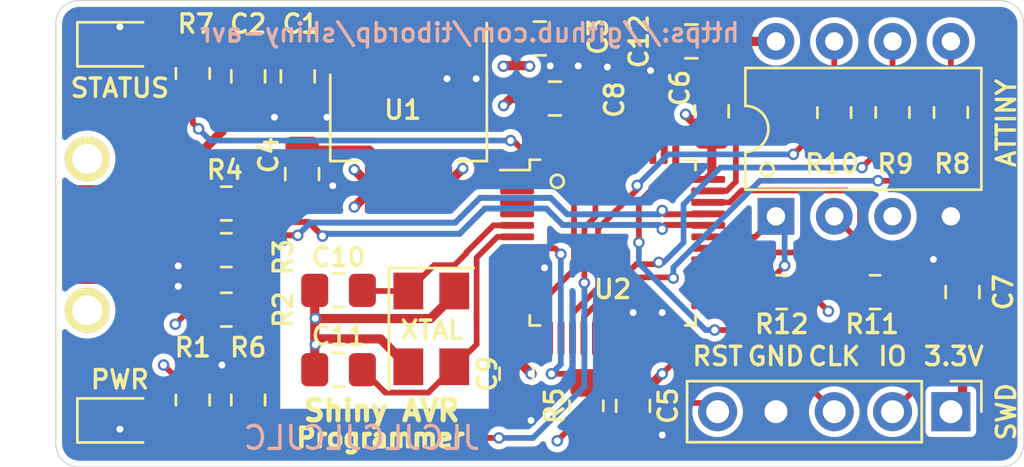
<source format=kicad_pcb>
(kicad_pcb (version 20171130) (host pcbnew "(5.1.8-0-10_14)")
  (title_block (title "Shiny AVR Programmer") (date 2021-01-13) (company "Tibor Djurica Potpara"))
  (layers (0 F.Cu signal) (1 In1.Cu signal) (2 In2.Cu signal) (31 B.Cu signal) (34 B.Paste user hide) (35 F.Paste user) (36 B.SilkS user hide) (37 F.SilkS user) (38 B.Mask user) (39 F.Mask user) (44 Edge.Cuts user))
  (net 0 "")
  (net 1 GND)
  (net 2 +5V)
  (net 3 +3V3)
  (net 4 USB+)
  (net 5 USB-)
  (net 6 ISP_RESET)
  (net 7 ISP_MOSI)
  (net 8 ISP_MISO)
  (net 9 ISP_CLK)
  (net 10 "Net-(D1-Pad2)")
  (net 11 SWD_CLK)
  (net 12 SWD_IO)
  (net 13 "Net-(R11-Pad2)")
  (net 14 /USB_CONN+)
  (net 15 /USB_CONN-)
  (net 16 SWD_NRST)
  (net 17 "Net-(D2-Pad2)")
  (net 18 EXT_CLOCK)
  (net 19 "Net-(R8-Pad2)")
  (net 20 "Net-(R9-Pad2)")
  (net 21 "Net-(R10-Pad2)")
  (net 22 "Net-(C10-Pad1)")
  (net 23 "Net-(C11-Pad1)")
  (net 24 "Net-(R6-Pad2)")
  (net 25 "Net-(R7-Pad1)")
  (module Resistor_SMD:R_0805_2012Metric_Pad1.20x1.40mm_HandSolder (layer F.Cu) (at 138.43 113.919 270)
    (fp_text reference R6 (at -2.286 0 180) (layer F.SilkS) (effects (font (size 0.8 0.8))))
    (fp_text value 10k)
    (pad 2 smd roundrect (at 1 0 270) (size 1.2 1.4) (layers F.Cu F.Paste F.Mask) (roundrect_rratio 0.2083325) (net 24 "Net-(R6-Pad2)"))
    (pad 1 smd roundrect (at -1 0 270) (size 1.2 1.4) (layers F.Cu F.Paste F.Mask) (roundrect_rratio 0.2083325) (net 1 GND))
  )
  (module Package_TO_SOT_SMD:SOT-223-3_TabPin2 (layer F.Cu) (at 145.415 101.6 270)
    (fp_text reference U1 (at -0.3175 0.254 180) (layer F.SilkS) (effects (font (size 0.8 0.8))))
    (fp_text value AMS1117-3.3)
    (pad 1 smd rect (at -3.15 -2.3 270) (size 2 1.5) (layers F.Cu F.Paste F.Mask) (net 1 GND))
    (pad 3 smd rect (at -3.15 2.3 270) (size 2 1.5) (layers F.Cu F.Paste F.Mask) (net 2 +5V))
    (pad 2 smd rect (at -3.15 0 270) (size 2 1.5) (layers F.Cu F.Paste F.Mask) (net 3 +3V3))
    (pad 2 smd rect (at 3.15 0 270) (size 2 3.8) (layers F.Cu F.Paste F.Mask) (net 3 +3V3))
  )
  (module Crystal:Crystal_SMD_5032-4Pin_5.0x3.2mm (layer F.Cu) (at 146.4056 110.8202 270)
    (fp_text reference Y1)
    (fp_text value "8 MHz")
    (pad 4 smd rect (at -1.65 -1 270) (size 1.6 1.3) (layers F.Cu F.Paste F.Mask) (net 1 GND))
    (pad 3 smd rect (at 1.65 -1 270) (size 1.6 1.3) (layers F.Cu F.Paste F.Mask) (net 23 "Net-(C11-Pad1)"))
    (pad 2 smd rect (at 1.65 1 270) (size 1.6 1.3) (layers F.Cu F.Paste F.Mask) (net 1 GND))
    (pad 1 smd rect (at -1.65 1 270) (size 1.6 1.3) (layers F.Cu F.Paste F.Mask) (net 22 "Net-(C10-Pad1)"))
  )
  (module 10118193-0001LF:101181930001LF (layer F.Cu) (at 131.4946 106.7116 270)
    (fp_text reference J1)
    (fp_text value USB_B_Micro)
    (pad MP4 smd rect (at 3.2 -2.375) (size 1.4 1.6) (layers F.Cu F.Paste F.Mask))
    (pad MP3 smd rect (at 1.2 0.075) (size 1.6 1.9) (layers F.Cu F.Paste F.Mask))
    (pad MP2 smd rect (at -1.2 0.075) (size 1.6 1.9) (layers F.Cu F.Paste F.Mask))
    (pad MP1 smd rect (at -3.2 -2.375) (size 1.4 1.6) (layers F.Cu F.Paste F.Mask))
    (pad MH2 thru_hole circle (at 3.3 0.075) (size 1.95 1.95) (drill 1.3) (layers *.Cu *.Mask F.SilkS))
    (pad MH1 thru_hole circle (at -3.3 0.075) (size 1.95 1.95) (drill 1.3) (layers *.Cu *.Mask F.SilkS))
    (pad 5 smd rect (at 1.3 -2.6 270) (size 0.4 1.35) (layers F.Cu F.Paste F.Mask) (net 1 GND))
    (pad 4 smd rect (at 0.65 -2.6 270) (size 0.4 1.35) (layers F.Cu F.Paste F.Mask))
    (pad 3 smd rect (at 0 -2.6 270) (size 0.4 1.35) (layers F.Cu F.Paste F.Mask) (net 14 /USB_CONN+))
    (pad 2 smd rect (at -0.65 -2.6 270) (size 0.4 1.35) (layers F.Cu F.Paste F.Mask) (net 15 /USB_CONN-))
    (pad 1 smd rect (at -1.3 -2.6 270) (size 0.4 1.35) (layers F.Cu F.Paste F.Mask) (net 2 +5V))
  )
  (module Connector_PinHeader_2.54mm:PinHeader_1x05_P2.54mm_Vertical (layer F.Cu) (at 169.037 114.427 270)
    (fp_text reference J2 hide)
    (fp_text value SWD)
    (pad 1 thru_hole rect (at 0 0 270) (size 1.7 1.7) (drill 1) (layers *.Cu *.Mask) (net 3 +3V3))
    (pad 2 thru_hole oval (at 0 2.54 270) (size 1.7 1.7) (drill 1) (layers *.Cu *.Mask) (net 12 SWD_IO))
    (pad 3 thru_hole oval (at 0 5.08 270) (size 1.7 1.7) (drill 1) (layers *.Cu *.Mask) (net 11 SWD_CLK))
    (pad 4 thru_hole oval (at 0 7.62 270) (size 1.7 1.7) (drill 1) (layers *.Cu *.Mask) (net 1 GND))
    (pad 5 thru_hole oval (at 0 10.16 270) (size 1.7 1.7) (drill 1) (layers *.Cu *.Mask) (net 16 SWD_NRST))
  )
  (module Resistor_SMD:R_0805_2012Metric_Pad1.20x1.40mm_HandSolder (layer F.Cu) (at 165.735 109.22)
    (fp_text reference R11 (at -0.127 1.397) (layer F.SilkS) (effects (font (size 0.8 0.8))))
    (fp_text value 1k)
    (pad 2 smd roundrect (at 1 0) (size 1.2 1.4) (layers F.Cu F.Paste F.Mask) (roundrect_rratio 0.2083325) (net 13 "Net-(R11-Pad2)"))
    (pad 1 smd roundrect (at -1 0) (size 1.2 1.4) (layers F.Cu F.Paste F.Mask) (roundrect_rratio 0.2083325) (net 18 EXT_CLOCK))
  )
  (module Package_DIP:DIP-8_W7.62mm (layer F.Cu) (at 161.417 105.918 90)
    (fp_text reference U3)
    (fp_text value ATtiny85-20PU)
    (pad 8 thru_hole oval (at 7.62 0 90) (size 1.6 1.6) (drill 0.8) (layers *.Cu *.Mask) (net 3 +3V3))
    (pad 4 thru_hole oval (at 0 7.62 90) (size 1.6 1.6) (drill 0.8) (layers *.Cu *.Mask) (net 1 GND))
    (pad 7 thru_hole oval (at 7.62 2.54 90) (size 1.6 1.6) (drill 0.8) (layers *.Cu *.Mask) (net 21 "Net-(R10-Pad2)"))
    (pad 3 thru_hole oval (at 0 5.08 90) (size 1.6 1.6) (drill 0.8) (layers *.Cu *.Mask))
    (pad 6 thru_hole oval (at 7.62 5.08 90) (size 1.6 1.6) (drill 0.8) (layers *.Cu *.Mask) (net 20 "Net-(R9-Pad2)"))
    (pad 2 thru_hole oval (at 0 2.54 90) (size 1.6 1.6) (drill 0.8) (layers *.Cu *.Mask) (net 13 "Net-(R11-Pad2)"))
    (pad 5 thru_hole oval (at 7.62 7.62 90) (size 1.6 1.6) (drill 0.8) (layers *.Cu *.Mask) (net 19 "Net-(R8-Pad2)"))
    (pad 1 thru_hole rect (at 0 0 90) (size 1.6 1.6) (drill 0.8) (layers *.Cu *.Mask) (net 6 ISP_RESET))
  )
  (module Resistor_SMD:R_0805_2012Metric_Pad1.20x1.40mm_HandSolder (layer F.Cu) (at 136.017 113.919 270)
    (fp_text reference R1 (at -2.286 0 180) (layer F.SilkS) (effects (font (size 0.8 0.8))))
    (fp_text value 1k)
    (pad 2 smd roundrect (at 1 0 270) (size 1.2 1.4) (layers F.Cu F.Paste F.Mask) (roundrect_rratio 0.2083325) (net 10 "Net-(D1-Pad2)"))
    (pad 1 smd roundrect (at -1 0 270) (size 1.2 1.4) (layers F.Cu F.Paste F.Mask) (roundrect_rratio 0.2083325) (net 3 +3V3))
  )
  (module Resistor_SMD:R_0805_2012Metric_Pad1.20x1.40mm_HandSolder (layer F.Cu) (at 166.497 101.3935 90)
    (fp_text reference R9 (at -2.2385 0.127 180) (layer F.SilkS) (effects (font (size 0.8 0.8))))
    (fp_text value 1k)
    (pad 2 smd roundrect (at 1 0 90) (size 1.2 1.4) (layers F.Cu F.Paste F.Mask) (roundrect_rratio 0.2083325) (net 20 "Net-(R9-Pad2)"))
    (pad 1 smd roundrect (at -1 0 90) (size 1.2 1.4) (layers F.Cu F.Paste F.Mask) (roundrect_rratio 0.2083325) (net 8 ISP_MISO))
  )
  (module Resistor_SMD:R_0805_2012Metric_Pad1.20x1.40mm_HandSolder (layer F.Cu) (at 163.957 101.4 90)
    (fp_text reference R10 (at -2.232 -0.1) (layer F.SilkS) (effects (font (size 0.8 0.8))))
    (fp_text value 1k)
    (pad 2 smd roundrect (at 1 0 90) (size 1.2 1.4) (layers F.Cu F.Paste F.Mask) (roundrect_rratio 0.2083325) (net 21 "Net-(R10-Pad2)"))
    (pad 1 smd roundrect (at -1 0 90) (size 1.2 1.4) (layers F.Cu F.Paste F.Mask) (roundrect_rratio 0.2083325) (net 9 ISP_CLK))
  )
  (module Resistor_SMD:R_0805_2012Metric_Pad1.20x1.40mm_HandSolder (layer F.Cu) (at 169.037 101.3935 90)
    (fp_text reference R8 (at -2.2385 0.0635) (layer F.SilkS) (effects (font (size 0.8 0.8))))
    (fp_text value 1k)
    (pad 2 smd roundrect (at 1 0 90) (size 1.2 1.4) (layers F.Cu F.Paste F.Mask) (roundrect_rratio 0.2083325) (net 19 "Net-(R8-Pad2)"))
    (pad 1 smd roundrect (at -1 0 90) (size 1.2 1.4) (layers F.Cu F.Paste F.Mask) (roundrect_rratio 0.2083325) (net 7 ISP_MOSI))
  )
  (module Package_QFP:LQFP-48_7x7mm_P0.5mm (layer F.Cu) (at 154.305 107.061)
    (fp_text reference U2 (at 0 2.032) (layer F.SilkS) (effects (font (size 0.8 0.8))))
    (fp_text value STM32F103C6Tx)
    (pad 48 smd roundrect (at -2.75 -4.1625) (size 0.3 1.475) (layers F.Cu F.Paste F.Mask) (net 3 +3V3))
    (pad 47 smd roundrect (at -2.25 -4.1625) (size 0.3 1.475) (layers F.Cu F.Paste F.Mask) (net 1 GND))
    (pad 46 smd roundrect (at -1.75 -4.1625) (size 0.3 1.475) (layers F.Cu F.Paste F.Mask))
    (pad 45 smd roundrect (at -1.25 -4.1625) (size 0.3 1.475) (layers F.Cu F.Paste F.Mask))
    (pad 44 smd roundrect (at -0.75 -4.1625) (size 0.3 1.475) (layers F.Cu F.Paste F.Mask) (net 24 "Net-(R6-Pad2)"))
    (pad 43 smd roundrect (at -0.25 -4.1625) (size 0.3 1.475) (layers F.Cu F.Paste F.Mask))
    (pad 42 smd roundrect (at 0.25 -4.1625) (size 0.3 1.475) (layers F.Cu F.Paste F.Mask))
    (pad 41 smd roundrect (at 0.75 -4.1625) (size 0.3 1.475) (layers F.Cu F.Paste F.Mask))
    (pad 40 smd roundrect (at 1.25 -4.1625) (size 0.3 1.475) (layers F.Cu F.Paste F.Mask))
    (pad 39 smd roundrect (at 1.75 -4.1625) (size 0.3 1.475) (layers F.Cu F.Paste F.Mask))
    (pad 38 smd roundrect (at 2.25 -4.1625) (size 0.3 1.475) (layers F.Cu F.Paste F.Mask))
    (pad 37 smd roundrect (at 2.75 -4.1625) (size 0.3 1.475) (layers F.Cu F.Paste F.Mask) (net 11 SWD_CLK))
    (pad 36 smd roundrect (at 4.1625 -2.75) (size 1.475 0.3) (layers F.Cu F.Paste F.Mask) (net 3 +3V3))
    (pad 35 smd roundrect (at 4.1625 -2.25) (size 1.475 0.3) (layers F.Cu F.Paste F.Mask) (net 1 GND))
    (pad 34 smd roundrect (at 4.1625 -1.75) (size 1.475 0.3) (layers F.Cu F.Paste F.Mask) (net 12 SWD_IO))
    (pad 33 smd roundrect (at 4.1625 -1.25) (size 1.475 0.3) (layers F.Cu F.Paste F.Mask) (net 4 USB+))
    (pad 32 smd roundrect (at 4.1625 -0.75) (size 1.475 0.3) (layers F.Cu F.Paste F.Mask) (net 5 USB-))
    (pad 31 smd roundrect (at 4.1625 -0.25) (size 1.475 0.3) (layers F.Cu F.Paste F.Mask) (net 6 ISP_RESET))
    (pad 30 smd roundrect (at 4.1625 0.25) (size 1.475 0.3) (layers F.Cu F.Paste F.Mask))
    (pad 29 smd roundrect (at 4.1625 0.75) (size 1.475 0.3) (layers F.Cu F.Paste F.Mask) (net 18 EXT_CLOCK))
    (pad 28 smd roundrect (at 4.1625 1.25) (size 1.475 0.3) (layers F.Cu F.Paste F.Mask))
    (pad 27 smd roundrect (at 4.1625 1.75) (size 1.475 0.3) (layers F.Cu F.Paste F.Mask))
    (pad 26 smd roundrect (at 4.1625 2.25) (size 1.475 0.3) (layers F.Cu F.Paste F.Mask))
    (pad 25 smd roundrect (at 4.1625 2.75) (size 1.475 0.3) (layers F.Cu F.Paste F.Mask))
    (pad 24 smd roundrect (at 2.75 4.1625) (size 0.3 1.475) (layers F.Cu F.Paste F.Mask) (net 3 +3V3))
    (pad 23 smd roundrect (at 2.25 4.1625) (size 0.3 1.475) (layers F.Cu F.Paste F.Mask) (net 1 GND))
    (pad 22 smd roundrect (at 1.75 4.1625) (size 0.3 1.475) (layers F.Cu F.Paste F.Mask))
    (pad 21 smd roundrect (at 1.25 4.1625) (size 0.3 1.475) (layers F.Cu F.Paste F.Mask))
    (pad 20 smd roundrect (at 0.75 4.1625) (size 0.3 1.475) (layers F.Cu F.Paste F.Mask) (net 1 GND))
    (pad 19 smd roundrect (at 0.25 4.1625) (size 0.3 1.475) (layers F.Cu F.Paste F.Mask))
    (pad 18 smd roundrect (at -0.25 4.1625) (size 0.3 1.475) (layers F.Cu F.Paste F.Mask))
    (pad 17 smd roundrect (at -0.75 4.1625) (size 0.3 1.475) (layers F.Cu F.Paste F.Mask) (net 7 ISP_MOSI))
    (pad 16 smd roundrect (at -1.25 4.1625) (size 0.3 1.475) (layers F.Cu F.Paste F.Mask) (net 8 ISP_MISO))
    (pad 15 smd roundrect (at -1.75 4.1625) (size 0.3 1.475) (layers F.Cu F.Paste F.Mask) (net 9 ISP_CLK))
    (pad 14 smd roundrect (at -2.25 4.1625) (size 0.3 1.475) (layers F.Cu F.Paste F.Mask))
    (pad 13 smd roundrect (at -2.75 4.1625) (size 0.3 1.475) (layers F.Cu F.Paste F.Mask))
    (pad 12 smd roundrect (at -4.1625 2.75) (size 1.475 0.3) (layers F.Cu F.Paste F.Mask))
    (pad 11 smd roundrect (at -4.1625 2.25) (size 1.475 0.3) (layers F.Cu F.Paste F.Mask) (net 25 "Net-(R7-Pad1)"))
    (pad 10 smd roundrect (at -4.1625 1.75) (size 1.475 0.3) (layers F.Cu F.Paste F.Mask))
    (pad 9 smd roundrect (at -4.1625 1.25) (size 1.475 0.3) (layers F.Cu F.Paste F.Mask) (net 3 +3V3))
    (pad 8 smd roundrect (at -4.1625 0.75) (size 1.475 0.3) (layers F.Cu F.Paste F.Mask) (net 1 GND))
    (pad 7 smd roundrect (at -4.1625 0.25) (size 1.475 0.3) (layers F.Cu F.Paste F.Mask) (net 16 SWD_NRST))
    (pad 6 smd roundrect (at -4.1625 -0.25) (size 1.475 0.3) (layers F.Cu F.Paste F.Mask) (net 23 "Net-(C11-Pad1)"))
    (pad 5 smd roundrect (at -4.1625 -0.75) (size 1.475 0.3) (layers F.Cu F.Paste F.Mask) (net 22 "Net-(C10-Pad1)"))
    (pad 4 smd roundrect (at -4.1625 -1.25) (size 1.475 0.3) (layers F.Cu F.Paste F.Mask))
    (pad 3 smd roundrect (at -4.1625 -1.75) (size 1.475 0.3) (layers F.Cu F.Paste F.Mask))
    (pad 2 smd roundrect (at -4.1625 -2.25) (size 1.475 0.3) (layers F.Cu F.Paste F.Mask))
    (pad 1 smd roundrect (at -4.1625 -2.75) (size 1.475 0.3) (layers F.Cu F.Paste F.Mask))
  )
  (module Capacitor_SMD:C_0805_2012Metric_Pad1.18x1.45mm_HandSolder (layer F.Cu) (at 140.589 99.822 270)
    (fp_text reference C1 (at -2.286 -0.127 180) (layer F.SilkS) (effects (font (size 0.8 0.8))))
    (fp_text value 4.7u)
    (pad 2 smd roundrect (at 1.0375 0 270) (size 1.175 1.45) (layers F.Cu F.Paste F.Mask) (roundrect_rratio 0.2127659574468085) (net 1 GND))
    (pad 1 smd roundrect (at -1.0375 0 270) (size 1.175 1.45) (layers F.Cu F.Paste F.Mask) (roundrect_rratio 0.2127659574468085) (net 2 +5V))
  )
  (module Resistor_SMD:R_0805_2012Metric_Pad1.20x1.40mm_HandSolder (layer F.Cu) (at 137.4775 107.3912)
    (fp_text reference R3 (at 2.4765 0.3048 270) (layer F.SilkS) (effects (font (size 0.8 0.8))))
    (fp_text value 20R)
    (pad 2 smd roundrect (at 1 0) (size 1.2 1.4) (layers F.Cu F.Paste F.Mask) (roundrect_rratio 0.2083325) (net 4 USB+))
    (pad 1 smd roundrect (at -1 0) (size 1.2 1.4) (layers F.Cu F.Paste F.Mask) (roundrect_rratio 0.2083325) (net 14 /USB_CONN+))
  )
  (module Resistor_SMD:R_0805_2012Metric_Pad1.20x1.40mm_HandSolder (layer F.Cu) (at 137.4775 105.3592)
    (fp_text reference R4 (at -0.0635 -1.4605) (layer F.SilkS) (effects (font (size 0.8 0.8))))
    (fp_text value 20R)
    (pad 2 smd roundrect (at 1 0) (size 1.2 1.4) (layers F.Cu F.Paste F.Mask) (roundrect_rratio 0.2083325) (net 5 USB-))
    (pad 1 smd roundrect (at -1 0) (size 1.2 1.4) (layers F.Cu F.Paste F.Mask) (roundrect_rratio 0.2083325) (net 15 /USB_CONN-))
  )
  (module Capacitor_SMD:C_0805_2012Metric_Pad1.18x1.45mm_HandSolder (layer F.Cu) (at 140.7795 104.0765 270)
    (fp_text reference C4 (at -0.8255 1.4605 90) (layer F.SilkS) (effects (font (size 0.8 0.8))))
    (fp_text value 4.7u)
    (pad 2 smd roundrect (at 1.0375 0 270) (size 1.175 1.45) (layers F.Cu F.Paste F.Mask) (roundrect_rratio 0.2127659574468085) (net 1 GND))
    (pad 1 smd roundrect (at -1.0375 0 270) (size 1.175 1.45) (layers F.Cu F.Paste F.Mask) (roundrect_rratio 0.2127659574468085) (net 3 +3V3))
  )
  (module Resistor_SMD:R_0805_2012Metric_Pad1.20x1.40mm_HandSolder (layer F.Cu) (at 136.017 99.695 90)
    (fp_text reference R7 (at 2.159 0.127 180) (layer F.SilkS) (effects (font (size 0.8 0.8))))
    (fp_text value 1k)
    (pad 2 smd roundrect (at 1 0 90) (size 1.2 1.4) (layers F.Cu F.Paste F.Mask) (roundrect_rratio 0.2083325) (net 17 "Net-(D2-Pad2)"))
    (pad 1 smd roundrect (at -1 0 90) (size 1.2 1.4) (layers F.Cu F.Paste F.Mask) (roundrect_rratio 0.2083325) (net 25 "Net-(R7-Pad1)"))
  )
  (module LED_SMD:LED_0805_2012Metric_Pad1.15x1.40mm_HandSolder (layer F.Cu) (at 132.851 114.808)
    (fp_text reference D1)
    (fp_text value PWR)
    (pad 2 smd roundrect (at 1.025 0) (size 1.15 1.4) (layers F.Cu F.Paste F.Mask) (roundrect_rratio 0.2173904347826087) (net 10 "Net-(D1-Pad2)"))
    (pad 1 smd roundrect (at -1.025 0) (size 1.15 1.4) (layers F.Cu F.Paste F.Mask) (roundrect_rratio 0.2173904347826087) (net 1 GND))
  )
  (module LED_SMD:LED_0805_2012Metric_Pad1.15x1.40mm_HandSolder (layer F.Cu) (at 132.851 98.425)
    (fp_text reference D2)
    (fp_text value STATUS)
    (pad 2 smd roundrect (at 1.025 0) (size 1.15 1.4) (layers F.Cu F.Paste F.Mask) (roundrect_rratio 0.2173904347826087) (net 17 "Net-(D2-Pad2)"))
    (pad 1 smd roundrect (at -1.025 0) (size 1.15 1.4) (layers F.Cu F.Paste F.Mask) (roundrect_rratio 0.2173904347826087) (net 1 GND))
  )
  (module Capacitor_SMD:C_0805_2012Metric_Pad1.18x1.45mm_HandSolder (layer F.Cu) (at 158.623 101.346 270)
    (fp_text reference C6 (at -1.016 1.397 270) (layer F.SilkS) (effects (font (size 0.8 0.8))))
    (fp_text value 100n)
    (pad 2 smd roundrect (at 1.0375 0 270) (size 1.175 1.45) (layers F.Cu F.Paste F.Mask) (roundrect_rratio 0.2127659574468085) (net 3 +3V3))
    (pad 1 smd roundrect (at -1.0375 0 270) (size 1.175 1.45) (layers F.Cu F.Paste F.Mask) (roundrect_rratio 0.2127659574468085) (net 1 GND))
  )
  (module Resistor_SMD:R_0805_2012Metric_Pad1.20x1.40mm_HandSolder (layer F.Cu) (at 161.671 109.22 180)
    (fp_text reference R12 (at 0 -1.397 180) (layer F.SilkS) (effects (font (size 0.8 0.8))))
    (fp_text value 10k)
    (pad 2 smd roundrect (at 1 0 180) (size 1.2 1.4) (layers F.Cu F.Paste F.Mask) (roundrect_rratio 0.2083325) (net 6 ISP_RESET))
    (pad 1 smd roundrect (at -1 0 180) (size 1.2 1.4) (layers F.Cu F.Paste F.Mask) (roundrect_rratio 0.2083325) (net 3 +3V3))
  )
  (module Capacitor_SMD:C_0805_2012Metric_Pad1.18x1.45mm_HandSolder (layer F.Cu) (at 157.734 98.298)
    (fp_text reference C12 (at -2.286 0 270) (layer F.SilkS) (effects (font (size 0.8 0.8))))
    (fp_text value 100n)
    (pad 2 smd roundrect (at 1.0375 0) (size 1.175 1.45) (layers F.Cu F.Paste F.Mask) (roundrect_rratio 0.2127659574468085) (net 3 +3V3))
    (pad 1 smd roundrect (at -1.0375 0) (size 1.175 1.45) (layers F.Cu F.Paste F.Mask) (roundrect_rratio 0.2127659574468085) (net 1 GND))
  )
  (module Resistor_SMD:R_0805_2012Metric_Pad1.20x1.40mm_HandSolder (layer F.Cu) (at 137.4775 109.982)
    (fp_text reference R2 (at 2.4765 0 270) (layer F.SilkS) (effects (font (size 0.8 0.8))))
    (fp_text value 1.5k)
    (pad 2 smd roundrect (at 1 0) (size 1.2 1.4) (layers F.Cu F.Paste F.Mask) (roundrect_rratio 0.2083325) (net 4 USB+))
    (pad 1 smd roundrect (at -1 0) (size 1.2 1.4) (layers F.Cu F.Paste F.Mask) (roundrect_rratio 0.2083325) (net 3 +3V3))
  )
  (module Resistor_SMD:R_0805_2012Metric_Pad1.20x1.40mm_HandSolder (layer F.Cu) (at 153.162 114.173 90)
    (fp_text reference R5 (at 0 -1.397 90) (layer F.SilkS) (effects (font (size 0.8 0.8))))
    (fp_text value 10k)
    (pad 2 smd roundrect (at 1 0 90) (size 1.2 1.4) (layers F.Cu F.Paste F.Mask) (roundrect_rratio 0.2083325) (net 16 SWD_NRST))
    (pad 1 smd roundrect (at -1 0 90) (size 1.2 1.4) (layers F.Cu F.Paste F.Mask) (roundrect_rratio 0.2083325) (net 3 +3V3))
  )
  (module Capacitor_SMD:C_0805_2012Metric_Pad1.18x1.45mm_HandSolder (layer F.Cu) (at 169.545 109.22 90)
    (fp_text reference C7 (at 0 1.778 270) (layer F.SilkS) (effects (font (size 0.8 0.8))))
    (fp_text value 100n)
    (pad 2 smd roundrect (at 1.0375 0 90) (size 1.175 1.45) (layers F.Cu F.Paste F.Mask) (roundrect_rratio 0.2127659574468085) (net 1 GND))
    (pad 1 smd roundrect (at -1.0375 0 90) (size 1.175 1.45) (layers F.Cu F.Paste F.Mask) (roundrect_rratio 0.2127659574468085) (net 3 +3V3))
  )
  (module Capacitor_SMD:C_0805_2012Metric_Pad1.18x1.45mm_HandSolder (layer F.Cu) (at 151.13 98.171)
    (fp_text reference C3 (at 2.54 -0.0762 90) (layer F.SilkS) (effects (font (size 0.8 0.8))))
    (fp_text value 100n)
    (pad 2 smd roundrect (at 1.0375 0) (size 1.175 1.45) (layers F.Cu F.Paste F.Mask) (roundrect_rratio 0.2127659574468085) (net 1 GND))
    (pad 1 smd roundrect (at -1.0375 0) (size 1.175 1.45) (layers F.Cu F.Paste F.Mask) (roundrect_rratio 0.2127659574468085) (net 3 +3V3))
  )
  (module Capacitor_SMD:C_0805_2012Metric_Pad1.18x1.45mm_HandSolder (layer F.Cu) (at 138.43 99.822 270)
    (fp_text reference C2 (at -2.286 0 180) (layer F.SilkS) (effects (font (size 0.8 0.8))))
    (fp_text value 100n)
    (pad 2 smd roundrect (at 1.0375 0 270) (size 1.175 1.45) (layers F.Cu F.Paste F.Mask) (roundrect_rratio 0.2127659574468085) (net 1 GND))
    (pad 1 smd roundrect (at -1.0375 0 270) (size 1.175 1.45) (layers F.Cu F.Paste F.Mask) (roundrect_rratio 0.2127659574468085) (net 2 +5V))
  )
  (module Capacitor_SMD:C_0805_2012Metric_Pad1.18x1.45mm_HandSolder (layer F.Cu) (at 150.114 112.776 90)
    (fp_text reference C9 (at 0 -1.27 270) (layer F.SilkS) (effects (font (size 0.8 0.8))))
    (fp_text value 100n)
    (pad 2 smd roundrect (at 1.0375 0 90) (size 1.175 1.45) (layers F.Cu F.Paste F.Mask) (roundrect_rratio 0.2127659574468085) (net 3 +3V3))
    (pad 1 smd roundrect (at -1.0375 0 90) (size 1.175 1.45) (layers F.Cu F.Paste F.Mask) (roundrect_rratio 0.2127659574468085) (net 1 GND))
  )
  (module Capacitor_SMD:C_0805_2012Metric_Pad1.18x1.45mm_HandSolder (layer F.Cu) (at 151.7904 100.7872 180)
    (fp_text reference C8 (at -2.5908 -0.0508 90) (layer F.SilkS) (effects (font (size 0.8 0.8))))
    (fp_text value 100n)
    (pad 2 smd roundrect (at 1.0375 0 180) (size 1.175 1.45) (layers F.Cu F.Paste F.Mask) (roundrect_rratio 0.2127659574468085) (net 3 +3V3))
    (pad 1 smd roundrect (at -1.0375 0 180) (size 1.175 1.45) (layers F.Cu F.Paste F.Mask) (roundrect_rratio 0.2127659574468085) (net 1 GND))
  )
  (module Capacitor_SMD:C_0805_2012Metric_Pad1.18x1.45mm_HandSolder (layer F.Cu) (at 155.194 114.173 90)
    (fp_text reference C5 (at 0 1.524 90) (layer F.SilkS) (effects (font (size 0.8 0.8))))
    (fp_text value 100n)
    (pad 2 smd roundrect (at 1.0375 0 90) (size 1.175 1.45) (layers F.Cu F.Paste F.Mask) (roundrect_rratio 0.2127659574468085) (net 3 +3V3))
    (pad 1 smd roundrect (at -1.0375 0 90) (size 1.175 1.45) (layers F.Cu F.Paste F.Mask) (roundrect_rratio 0.2127659574468085) (net 1 GND))
  )
  (module Capacitor_SMD:C_0805_2012Metric_Pad1.18x1.45mm_HandSolder (layer F.Cu) (at 142.367 112.5982 180)
    (fp_text reference C11 (at 0 1.4732) (layer F.SilkS) (effects (font (size 0.8 0.8))))
    (fp_text value 20p)
    (pad 2 smd roundrect (at 1.0375 0 180) (size 1.175 1.45) (layers F.Cu F.Paste F.Mask) (roundrect_rratio 0.2127659574468085) (net 1 GND))
    (pad 1 smd roundrect (at -1.0375 0 180) (size 1.175 1.45) (layers F.Cu F.Paste F.Mask) (roundrect_rratio 0.2127659574468085) (net 23 "Net-(C11-Pad1)"))
  )
  (module Capacitor_SMD:C_0805_2012Metric_Pad1.18x1.45mm_HandSolder (layer F.Cu) (at 142.367 109.1438 180)
    (fp_text reference C10 (at 0 1.4478) (layer F.SilkS) (effects (font (size 0.8 0.8))))
    (fp_text value 20p)
    (pad 2 smd roundrect (at 1.0375 0 180) (size 1.175 1.45) (layers F.Cu F.Paste F.Mask) (roundrect_rratio 0.2127659574468085) (net 1 GND))
    (pad 1 smd roundrect (at -1.0375 0 180) (size 1.175 1.45) (layers F.Cu F.Paste F.Mask) (roundrect_rratio 0.2127659574468085) (net 22 "Net-(C10-Pad1)"))
  )
  (gr_text Programmer (at 144.1958 115.57) (layer F.SilkS) (effects (font (size 0.8 0.8) (thickness 0.2))))
  (gr_text https://github.com/tibordp/shiny-avr (at 148.082 97.917) (layer B.SilkS) (effects (font (size 0.8 0.8)) (justify mirror)))
  (gr_text RST (at 158.877 112.014) (layer F.SilkS) (effects (font (size 0.8 0.8))))
  (gr_text XTAL (at 146.431 110.871) (layer F.SilkS) (effects (font (size 0.8 0.8))))
  (gr_text "Shiny AVR" (at 144.2466 114.3762) (layer F.SilkS) (effects (font (size 0.9 0.9) (thickness 0.225))))
  (gr_text STATUS (at 132.842 100.33) (layer F.SilkS) (effects (font (size 0.8 0.8))))
  (gr_text PWR (at 132.842 113.03) (layer F.SilkS) (effects (font (size 0.8 0.8))))
  (gr_text SWD (at 171.45 114.427 90) (layer F.SilkS) (effects (font (size 0.8 0.8))))
  (gr_text JLCJLCJLCJLC (at 143.383 115.57) (layer B.SilkS) (effects (font (size 1 1)) (justify mirror)))
  (gr_circle (center 161.036 103.886) (end 161.29 104.013) (layer F.SilkS) (width 0.12))
  (gr_circle (center 151.892 104.394) (end 152.146 104.521) (layer F.SilkS) (width 0.12))
  (gr_text ATTINY (at 171.45 101.854 90) (layer F.SilkS) (effects (font (size 0.8 0.8))))
  (gr_text 3.3V (at 169.164 112.014) (layer F.SilkS) (effects (font (size 0.8 0.8))))
  (gr_text IO (at 166.497 112.014) (layer F.SilkS) (effects (font (size 0.8 0.8))))
  (gr_text CLK (at 163.957 112.014) (layer F.SilkS) (effects (font (size 0.8 0.8))))
  (gr_text GND (at 161.417 112.014) (layer F.SilkS) (effects (font (size 0.8 0.8))))
  (gr_line (start 171.196 96.52) (end 131.064 96.52) (layer Edge.Cuts) (width 0.05))
  (gr_line (start 171.196 116.84) (end 131.064 116.84) (layer Edge.Cuts) (width 0.05))
  (gr_arc (start 171.196 97.536) (end 172.212 97.536) (angle -90) (layer Edge.Cuts) (width 0.05))
  (gr_line (start 172.212 115.824) (end 172.212 97.536) (layer Edge.Cuts) (width 0.05))
  (gr_arc (start 171.196 115.824) (end 171.196 116.84) (angle -90) (layer Edge.Cuts) (width 0.05))
  (gr_arc (start 131.064 115.824) (end 130.048 115.824) (angle -90) (layer Edge.Cuts) (width 0.05))
  (gr_line (start 130.048 97.536) (end 130.048 115.824) (layer Edge.Cuts) (width 0.05))
  (gr_arc (start 131.064 97.536) (end 131.064 96.52) (angle -90) (layer Edge.Cuts) (width 0.05))
  (via (at 141.859 101.6) (size 0.5) (drill 0.3) (layers F.Cu B.Cu) (net 1))
  (segment (start 141.2455 100.9865) (end 141.859 101.6) (width 0.4) (layer F.Cu) (net 1))
  (segment (start 140.589 100.9865) (end 141.2455 100.9865) (width 0.4) (layer F.Cu) (net 1))
  (via (at 139.573 101.6) (size 0.5) (drill 0.3) (layers F.Cu B.Cu) (net 1))
  (segment (start 138.9595 100.9865) (end 139.573 101.6) (width 0.4) (layer F.Cu) (net 1))
  (segment (start 138.43 100.9865) (end 138.9595 100.9865) (width 0.4) (layer F.Cu) (net 1))
  (via (at 150.749 114.808) (size 0.5) (drill 0.3) (layers F.Cu B.Cu) (net 1))
  (via (at 156.464 110.109) (size 0.5) (drill 0.3) (layers F.Cu B.Cu) (net 1))
  (segment (start 156.555 110.2) (end 156.464 110.109) (width 0.25) (layer F.Cu) (net 1))
  (segment (start 156.555 111.2235) (end 156.555 110.2) (width 0.25) (layer F.Cu) (net 1))
  (segment (start 155.055 110.248) (end 155.194 110.109) (width 0.25) (layer F.Cu) (net 1))
  (via (at 155.194 110.109) (size 0.5) (drill 0.3) (layers F.Cu B.Cu) (net 1))
  (segment (start 155.055 111.2235) (end 155.055 110.248) (width 0.25) (layer F.Cu) (net 1))
  (via (at 168.275 107.795001) (size 0.5) (drill 0.3) (layers F.Cu B.Cu) (net 1))
  (segment (start 168.662499 108.1825) (end 168.275 107.795001) (width 0.4) (layer F.Cu) (net 1))
  (segment (start 169.545 108.1825) (end 168.662499 108.1825) (width 0.4) (layer F.Cu) (net 1))
  (segment (start 159.67301 104.408692) (end 159.67301 101.35851) (width 0.25) (layer F.Cu) (net 1))
  (segment (start 159.270702 104.811) (end 159.67301 104.408692) (width 0.25) (layer F.Cu) (net 1))
  (segment (start 159.67301 101.35851) (end 158.623 100.3085) (width 0.25) (layer F.Cu) (net 1))
  (segment (start 158.4675 104.811) (end 159.270702 104.811) (width 0.25) (layer F.Cu) (net 1))
  (via (at 155.956 99.568) (size 0.5) (drill 0.3) (layers F.Cu B.Cu) (net 1))
  (segment (start 156.6965 98.8275) (end 155.956 99.568) (width 0.4) (layer F.Cu) (net 1))
  (segment (start 156.6965 98.298) (end 156.6965 98.8275) (width 0.4) (layer F.Cu) (net 1))
  (segment (start 158.623 100.2245) (end 156.6965 98.298) (width 0.4) (layer F.Cu) (net 1))
  (segment (start 158.623 100.3085) (end 158.623 100.2245) (width 0.4) (layer F.Cu) (net 1))
  (via (at 132.842 115.189) (size 0.5) (drill 0.3) (layers F.Cu B.Cu) (net 1))
  (segment (start 132.461 114.808) (end 132.842 115.189) (width 0.25) (layer F.Cu) (net 1))
  (segment (start 131.826 114.808) (end 132.461 114.808) (width 0.25) (layer F.Cu) (net 1))
  (via (at 132.842 97.663) (size 0.5) (drill 0.3) (layers F.Cu B.Cu) (net 1))
  (segment (start 132.08 98.425) (end 132.842 97.663) (width 0.25) (layer F.Cu) (net 1))
  (segment (start 131.826 98.425) (end 132.08 98.425) (width 0.25) (layer F.Cu) (net 1))
  (via (at 141.351 110.363) (size 0.5) (drill 0.3) (layers F.Cu B.Cu) (net 1))
  (segment (start 141.3295 110.3415) (end 141.351 110.363) (width 0.25) (layer F.Cu) (net 1))
  (segment (start 141.3295 109.1438) (end 141.3295 110.3415) (width 0.25) (layer F.Cu) (net 1))
  (via (at 141.351 111.506) (size 0.5) (drill 0.3) (layers F.Cu B.Cu) (net 1))
  (segment (start 141.3295 111.5275) (end 141.351 111.506) (width 0.25) (layer F.Cu) (net 1))
  (segment (start 141.3295 112.5982) (end 141.3295 111.5275) (width 0.25) (layer F.Cu) (net 1))
  (via (at 142.113 104.5845) (size 0.5) (drill 0.3) (layers F.Cu B.Cu) (net 1))
  (segment (start 141.5835 105.114) (end 142.113 104.5845) (width 0.4) (layer F.Cu) (net 1))
  (segment (start 140.7795 105.114) (end 141.5835 105.114) (width 0.4) (layer F.Cu) (net 1))
  (via (at 151.339414 108.159414) (size 0.5) (drill 0.3) (layers F.Cu B.Cu) (net 1))
  (segment (start 150.991 107.811) (end 151.339414 108.159414) (width 0.25) (layer F.Cu) (net 1))
  (segment (start 150.1425 107.811) (end 150.991 107.811) (width 0.25) (layer F.Cu) (net 1))
  (via (at 135.382 108.077) (size 0.5) (drill 0.3) (layers F.Cu B.Cu) (net 1))
  (segment (start 135.3166 108.0116) (end 135.382 108.077) (width 0.4) (layer F.Cu) (net 1))
  (segment (start 134.0946 108.0116) (end 135.3166 108.0116) (width 0.4) (layer F.Cu) (net 1))
  (via (at 135.382 108.966) (size 0.5) (drill 0.3) (layers F.Cu B.Cu) (net 1))
  (segment (start 134.0946 108.0116) (end 134.5546 108.0116) (width 0.4) (layer F.Cu) (net 1))
  (segment (start 134.4276 108.0116) (end 135.382 108.966) (width 0.4) (layer F.Cu) (net 1))
  (segment (start 134.0946 108.0116) (end 134.4276 108.0116) (width 0.4) (layer F.Cu) (net 1))
  (segment (start 150.114 114.173) (end 150.749 114.808) (width 0.4) (layer F.Cu) (net 1))
  (segment (start 150.114 113.8135) (end 150.114 114.173) (width 0.4) (layer F.Cu) (net 1))
  (via (at 156.464 115.443) (size 0.5) (drill 0.3) (layers F.Cu B.Cu) (net 1))
  (segment (start 156.2315 115.2105) (end 156.464 115.443) (width 0.4) (layer F.Cu) (net 1))
  (segment (start 155.194 115.2105) (end 156.2315 115.2105) (width 0.4) (layer F.Cu) (net 1))
  (segment (start 147.715 98.45) (end 147.715 99.2772) (width 0.4) (layer F.Cu) (net 1))
  (segment (start 147.715 99.2772) (end 148.3614 99.9236) (width 0.4) (layer F.Cu) (net 1))
  (segment (start 147.715 98.45) (end 147.715 99.3) (width 0.4) (layer F.Cu) (net 1))
  (segment (start 147.715 99.3) (end 147.0914 99.9236) (width 0.4) (layer F.Cu) (net 1))
  (via (at 147.0914 99.9236) (size 0.5) (drill 0.3) (layers F.Cu B.Cu) (net 1))
  (via (at 148.3614 99.9236) (size 0.5) (drill 0.3) (layers F.Cu B.Cu) (net 1))
  (segment (start 151.6165 99.3355) (end 151.5872 99.3648) (width 0.4) (layer F.Cu) (net 1))
  (segment (start 152.1675 99.3355) (end 151.6165 99.3355) (width 0.4) (layer F.Cu) (net 1))
  (via (at 151.5872 99.3648) (size 0.5) (drill 0.3) (layers F.Cu B.Cu) (net 1))
  (segment (start 152.1675 99.3355) (end 152.1675 98.171) (width 0.4) (layer F.Cu) (net 1))
  (via (at 152.8064 99.3648) (size 0.5) (drill 0.3) (layers F.Cu B.Cu) (net 1))
  (segment (start 152.7771 99.3355) (end 152.8064 99.3648) (width 0.4) (layer F.Cu) (net 1))
  (segment (start 152.1675 99.3355) (end 152.7771 99.3355) (width 0.4) (layer F.Cu) (net 1))
  (segment (start 152.055 101.5601) (end 152.055 102.8985) (width 0.25) (layer F.Cu) (net 1))
  (segment (start 152.8279 100.7872) (end 152.055 101.5601) (width 0.25) (layer F.Cu) (net 1))
  (via (at 154.0764 99.4156) (size 0.5) (drill 0.3) (layers F.Cu B.Cu) (net 1))
  (segment (start 152.8279 100.6641) (end 154.0764 99.4156) (width 0.4) (layer F.Cu) (net 1))
  (segment (start 152.8279 100.7872) (end 152.8279 100.6641) (width 0.4) (layer F.Cu) (net 1))
  (segment (start 141.351 110.363) (end 141.351 111.506) (width 0.25) (layer F.Cu) (net 1))
  (segment (start 145.4056 112.4702) (end 145.15819 112.4702) (width 0.25) (layer F.Cu) (net 1))
  (segment (start 141.3295 109.1438) (end 141.3295 112.5982) (width 0.4) (layer F.Cu) (net 1))
  (segment (start 141.358201 110.370201) (end 141.351 110.363) (width 0.4) (layer F.Cu) (net 1))
  (segment (start 146.375601 110.370201) (end 141.358201 110.370201) (width 0.4) (layer F.Cu) (net 1))
  (segment (start 147.4056 109.340202) (end 146.375601 110.370201) (width 0.4) (layer F.Cu) (net 1))
  (segment (start 147.4056 109.1702) (end 147.4056 109.340202) (width 0.4) (layer F.Cu) (net 1))
  (segment (start 141.600999 111.256001) (end 141.351 111.506) (width 0.4) (layer F.Cu) (net 1))
  (segment (start 144.191401 111.256001) (end 141.600999 111.256001) (width 0.4) (layer F.Cu) (net 1))
  (segment (start 145.4056 112.4702) (end 144.191401 111.256001) (width 0.4) (layer F.Cu) (net 1))
  (via (at 137.287 112.395) (size 0.5) (drill 0.3) (layers F.Cu B.Cu) (net 1))
  (segment (start 137.811 112.919) (end 137.287 112.395) (width 0.25) (layer F.Cu) (net 1))
  (segment (start 138.43 112.919) (end 137.811 112.919) (width 0.25) (layer F.Cu) (net 1))
  (segment (start 137.30499 99.90951) (end 138.43 98.7845) (width 0.4) (layer F.Cu) (net 2))
  (segment (start 137.30499 102.20121) (end 137.30499 99.90951) (width 0.4) (layer F.Cu) (net 2))
  (segment (start 134.0946 105.4116) (end 137.30499 102.20121) (width 0.4) (layer F.Cu) (net 2))
  (segment (start 138.43 98.7845) (end 140.589 98.7845) (width 0.4) (layer F.Cu) (net 2))
  (segment (start 142.7805 98.7845) (end 143.115 98.45) (width 0.4) (layer F.Cu) (net 2))
  (segment (start 140.589 98.7845) (end 142.7805 98.7845) (width 0.4) (layer F.Cu) (net 2))
  (via (at 163.703 110.05101) (size 0.5) (drill 0.3) (layers F.Cu B.Cu) (net 3))
  (segment (start 162.87199 109.22) (end 163.703 110.05101) (width 0.25) (layer F.Cu) (net 3))
  (segment (start 162.671 109.22) (end 162.87199 109.22) (width 0.25) (layer F.Cu) (net 3))
  (segment (start 158.623 102.3835) (end 158.623 104.10549) (width 0.4) (layer F.Cu) (net 3))
  (segment (start 158.7715 98.298) (end 161.417 98.298) (width 0.4) (layer F.Cu) (net 3))
  (via (at 157.48 101.473) (size 0.5) (drill 0.3) (layers F.Cu B.Cu) (net 3))
  (segment (start 158.3905 102.3835) (end 157.48 101.473) (width 0.4) (layer F.Cu) (net 3))
  (segment (start 158.623 102.3835) (end 158.3905 102.3835) (width 0.4) (layer F.Cu) (net 3))
  (via (at 150.749 112.776) (size 0.5) (drill 0.3) (layers F.Cu B.Cu) (net 3))
  (segment (start 150.1425 108.311) (end 149.339298 108.311) (width 0.25) (layer F.Cu) (net 3))
  (segment (start 149.339298 108.311) (end 149.04902 108.601278) (width 0.25) (layer F.Cu) (net 3))
  (segment (start 149.04902 108.601278) (end 149.04902 110.67352) (width 0.25) (layer F.Cu) (net 3))
  (segment (start 149.04902 110.67352) (end 150.114 111.7385) (width 0.25) (layer F.Cu) (net 3))
  (segment (start 169.545 113.919) (end 169.037 114.427) (width 0.4) (layer F.Cu) (net 3))
  (segment (start 169.545 110.2575) (end 169.545 113.919) (width 0.4) (layer F.Cu) (net 3))
  (segment (start 152.416 115.173) (end 151.892 115.697) (width 0.25) (layer F.Cu) (net 3))
  (via (at 151.892 115.697) (size 0.5) (drill 0.3) (layers F.Cu B.Cu) (net 3))
  (segment (start 153.162 115.173) (end 152.416 115.173) (width 0.25) (layer F.Cu) (net 3))
  (segment (start 150.114 112.141) (end 150.749 112.776) (width 0.4) (layer F.Cu) (net 3))
  (segment (start 150.114 111.7385) (end 150.114 112.141) (width 0.4) (layer F.Cu) (net 3))
  (segment (start 156.1045 113.1355) (end 156.464 112.776) (width 0.4) (layer F.Cu) (net 3))
  (via (at 156.464 112.776) (size 0.5) (drill 0.3) (layers F.Cu B.Cu) (net 3))
  (segment (start 155.194 113.1355) (end 156.1045 113.1355) (width 0.4) (layer F.Cu) (net 3))
  (segment (start 157.055 112.185) (end 156.464 112.776) (width 0.25) (layer F.Cu) (net 3))
  (segment (start 157.055 111.2235) (end 157.055 112.185) (width 0.25) (layer F.Cu) (net 3))
  (segment (start 146.565001 97.049999) (end 148.971499 97.049999) (width 0.4) (layer F.Cu) (net 3))
  (segment (start 145.415 98.2) (end 146.565001 97.049999) (width 0.4) (layer F.Cu) (net 3))
  (segment (start 148.971499 97.049999) (end 150.0925 98.171) (width 0.4) (layer F.Cu) (net 3))
  (segment (start 145.415 98.45) (end 145.415 98.2) (width 0.4) (layer F.Cu) (net 3))
  (segment (start 150.0925 99.356) (end 149.564 99.356) (width 0.4) (layer F.Cu) (net 3))
  (via (at 149.5425 99.3775) (size 0.5) (drill 0.3) (layers F.Cu B.Cu) (net 3))
  (segment (start 149.564 99.356) (end 149.5425 99.3775) (width 0.4) (layer F.Cu) (net 3))
  (segment (start 150.0925 98.171) (end 150.0925 99.356) (width 0.4) (layer F.Cu) (net 3))
  (via (at 150.6855 99.3775) (size 0.5) (drill 0.3) (layers F.Cu B.Cu) (net 3))
  (segment (start 150.664 99.356) (end 150.6855 99.3775) (width 0.4) (layer F.Cu) (net 3))
  (segment (start 150.0925 99.356) (end 150.664 99.356) (width 0.4) (layer F.Cu) (net 3))
  (segment (start 150.7529 102.14641) (end 151.50499 102.8985) (width 0.4) (layer F.Cu) (net 3))
  (segment (start 150.7529 100.7872) (end 150.7529 102.14641) (width 0.4) (layer F.Cu) (net 3))
  (via (at 149.5552 101.092) (size 0.5) (drill 0.3) (layers F.Cu B.Cu) (net 3))
  (segment (start 149.86 100.7872) (end 149.5552 101.092) (width 0.4) (layer F.Cu) (net 3))
  (segment (start 150.7529 100.7872) (end 149.86 100.7872) (width 0.4) (layer F.Cu) (net 3))
  (segment (start 143.704 103.039) (end 145.415 104.75) (width 0.4) (layer F.Cu) (net 3))
  (segment (start 140.7795 103.039) (end 143.704 103.039) (width 0.4) (layer F.Cu) (net 3))
  (segment (start 143.9168 104.75) (end 143.0528 103.886) (width 0.4) (layer F.Cu) (net 3))
  (via (at 143.0528 103.886) (size 0.5) (drill 0.3) (layers F.Cu B.Cu) (net 3))
  (segment (start 145.415 104.75) (end 143.9168 104.75) (width 0.4) (layer F.Cu) (net 3))
  (via (at 143.0528 105.5116) (size 0.5) (drill 0.3) (layers F.Cu B.Cu) (net 3))
  (segment (start 143.8144 104.75) (end 143.0528 105.5116) (width 0.4) (layer F.Cu) (net 3))
  (segment (start 145.415 104.75) (end 143.8144 104.75) (width 0.4) (layer F.Cu) (net 3))
  (via (at 147.7772 103.8352) (size 0.5) (drill 0.3) (layers F.Cu B.Cu) (net 3))
  (segment (start 146.8624 104.75) (end 147.7772 103.8352) (width 0.4) (layer F.Cu) (net 3))
  (segment (start 145.415 104.75) (end 146.8624 104.75) (width 0.4) (layer F.Cu) (net 3))
  (via (at 134.747 112.395) (size 0.5) (drill 0.3) (layers F.Cu B.Cu) (net 3))
  (segment (start 135.271 112.919) (end 134.747 112.395) (width 0.25) (layer F.Cu) (net 3))
  (segment (start 136.017 112.919) (end 135.271 112.919) (width 0.25) (layer F.Cu) (net 3))
  (via (at 135.255 110.617) (size 0.5) (drill 0.3) (layers F.Cu B.Cu) (net 3))
  (segment (start 135.89 109.982) (end 135.255 110.617) (width 0.25) (layer F.Cu) (net 3))
  (segment (start 136.4775 109.982) (end 135.89 109.982) (width 0.25) (layer F.Cu) (net 3))
  (segment (start 158.623 104.10549) (end 158.4675 104.26099) (width 0.4) (layer F.Cu) (net 3))
  (segment (start 158.4675 105.811) (end 158.449656 105.828844) (width 0.261112) (layer F.Cu) (net 4))
  (segment (start 158.449656 105.828844) (end 156.586254 105.828844) (width 0.261112) (layer F.Cu) (net 4))
  (segment (start 156.586254 105.828844) (end 156.46681 105.7094) (width 0.261112) (layer F.Cu) (net 4))
  (via (at 156.464 105.664) (size 0.5) (drill 0.3) (layers F.Cu B.Cu) (net 4))
  (via (at 140.589 106.7435) (size 0.5) (drill 0.3) (layers F.Cu B.Cu) (net 4))
  (segment (start 156.347366 105.828844) (end 152.321664 105.828844) (width 0.261112) (layer B.Cu) (net 4))
  (segment (start 152.321664 105.828844) (end 151.607164 105.114344) (width 0.261112) (layer B.Cu) (net 4))
  (segment (start 148.5265 105.114344) (end 147.447 106.193844) (width 0.261112) (layer B.Cu) (net 4))
  (segment (start 141.138656 106.193844) (end 140.589 106.7435) (width 0.261112) (layer B.Cu) (net 4))
  (segment (start 156.46681 105.7094) (end 156.347366 105.828844) (width 0.261112) (layer B.Cu) (net 4))
  (segment (start 139.1252 106.7435) (end 138.4775 107.3912) (width 0.261112) (layer F.Cu) (net 4))
  (segment (start 140.589 106.7435) (end 139.1252 106.7435) (width 0.261112) (layer F.Cu) (net 4))
  (segment (start 138.4775 107.3912) (end 138.4775 110.363) (width 0.261112) (layer F.Cu) (net 4))
  (segment (start 151.607164 105.114344) (end 148.5265 105.114344) (width 0.261112) (layer B.Cu) (net 4))
  (segment (start 147.447 106.193844) (end 141.138656 106.193844) (width 0.261112) (layer B.Cu) (net 4))
  (segment (start 156.586254 106.293156) (end 156.46681 106.4126) (width 0.261112) (layer F.Cu) (net 5))
  (segment (start 158.4675 106.311) (end 158.449656 106.293156) (width 0.261112) (layer F.Cu) (net 5))
  (via (at 156.464 106.4768) (size 0.5) (drill 0.3) (layers F.Cu B.Cu) (net 5))
  (segment (start 158.449656 106.293156) (end 156.586254 106.293156) (width 0.261112) (layer F.Cu) (net 5))
  (via (at 141.6685 106.7776) (size 0.5) (drill 0.3) (layers F.Cu B.Cu) (net 5))
  (segment (start 139.281243 106.162943) (end 138.4775 105.3592) (width 0.261112) (layer F.Cu) (net 5))
  (segment (start 141.053843 106.162943) (end 139.281243 106.162943) (width 0.261112) (layer F.Cu) (net 5))
  (segment (start 141.6685 106.7776) (end 141.053843 106.162943) (width 0.261112) (layer F.Cu) (net 5))
  (segment (start 141.787944 106.658156) (end 141.6685 106.7776) (width 0.261112) (layer B.Cu) (net 5))
  (segment (start 147.6375 106.68) (end 141.809788 106.68) (width 0.261112) (layer B.Cu) (net 5))
  (segment (start 148.738844 105.578656) (end 147.6375 106.68) (width 0.261112) (layer B.Cu) (net 5))
  (segment (start 151.414836 105.578656) (end 148.738844 105.578656) (width 0.261112) (layer B.Cu) (net 5))
  (segment (start 152.129336 106.293156) (end 151.414836 105.578656) (width 0.261112) (layer B.Cu) (net 5))
  (segment (start 156.347366 106.293156) (end 152.129336 106.293156) (width 0.261112) (layer B.Cu) (net 5))
  (segment (start 156.46681 106.4126) (end 156.347366 106.293156) (width 0.261112) (layer B.Cu) (net 5))
  (segment (start 141.809788 106.68) (end 141.787944 106.658156) (width 0.261112) (layer B.Cu) (net 5))
  (via (at 161.798 108.068011) (size 0.5) (drill 0.3) (layers F.Cu B.Cu) (net 6))
  (segment (start 160.671 109.195011) (end 161.798 108.068011) (width 0.25) (layer F.Cu) (net 6))
  (segment (start 160.671 109.22) (end 160.671 109.195011) (width 0.25) (layer F.Cu) (net 6))
  (segment (start 161.798 106.299) (end 161.417 105.918) (width 0.25) (layer B.Cu) (net 6))
  (segment (start 161.798 108.068011) (end 161.798 106.299) (width 0.25) (layer B.Cu) (net 6))
  (segment (start 160.524 106.811) (end 158.4675 106.811) (width 0.25) (layer F.Cu) (net 6))
  (segment (start 161.417 105.918) (end 160.524 106.811) (width 0.25) (layer F.Cu) (net 6))
  (via (at 165.862 104.3686) (size 0.5) (drill 0.3) (layers F.Cu B.Cu) (net 7))
  (segment (start 167.1668 104.3686) (end 165.862 104.3686) (width 0.25) (layer F.Cu) (net 7))
  (segment (start 169.037 102.4984) (end 167.1668 104.3686) (width 0.25) (layer F.Cu) (net 7))
  (via (at 156.9466 108.6104) (size 0.5) (drill 0.3) (layers F.Cu B.Cu) (net 7))
  (segment (start 165.862 104.3686) (end 160.720012 104.3686) (width 0.25) (layer B.Cu) (net 7))
  (segment (start 156.9466 108.142012) (end 160.720012 104.3686) (width 0.25) (layer B.Cu) (net 7))
  (segment (start 156.9466 108.6104) (end 156.9466 108.142012) (width 0.25) (layer B.Cu) (net 7))
  (segment (start 155.399196 108.576102) (end 156.8958 108.576102) (width 0.25) (layer F.Cu) (net 7))
  (segment (start 153.555 110.420298) (end 155.399196 108.576102) (width 0.25) (layer F.Cu) (net 7))
  (segment (start 153.555 111.2235) (end 153.555 110.420298) (width 0.25) (layer F.Cu) (net 7))
  (via (at 165.164416 103.7936) (size 0.5) (drill 0.3) (layers F.Cu B.Cu) (net 8))
  (segment (start 166.459616 102.4984) (end 165.164416 103.7936) (width 0.25) (layer F.Cu) (net 8))
  (segment (start 166.497 102.4984) (end 166.459616 102.4984) (width 0.25) (layer F.Cu) (net 8))
  (via (at 156.3116 107.9246) (size 0.5) (drill 0.3) (layers F.Cu B.Cu) (net 8))
  (segment (start 153.055 110.283888) (end 153.055 111.2235) (width 0.25) (layer F.Cu) (net 8))
  (segment (start 155.337786 108.001102) (end 153.055 110.283888) (width 0.25) (layer F.Cu) (net 8))
  (segment (start 156.366371 108.001102) (end 155.337786 108.001102) (width 0.25) (layer F.Cu) (net 8))
  (segment (start 156.527602 107.9246) (end 156.3116 107.9246) (width 0.25) (layer B.Cu) (net 8))
  (segment (start 157.39341 107.058792) (end 156.527602 107.9246) (width 0.25) (layer B.Cu) (net 8))
  (segment (start 157.39341 105.394756) (end 157.39341 107.058792) (width 0.25) (layer B.Cu) (net 8))
  (segment (start 158.994566 103.7936) (end 157.39341 105.394756) (width 0.25) (layer B.Cu) (net 8))
  (segment (start 165.164416 103.7936) (end 158.994566 103.7936) (width 0.25) (layer B.Cu) (net 8))
  (via (at 162.179 103.2186) (size 0.5) (drill 0.3) (layers F.Cu B.Cu) (net 9))
  (segment (start 162.9976 102.4) (end 162.179 103.2186) (width 0.25) (layer F.Cu) (net 9))
  (segment (start 163.957 102.4) (end 162.9976 102.4) (width 0.25) (layer F.Cu) (net 9))
  (via (at 155.371764 104.571764) (size 0.5) (drill 0.3) (layers F.Cu B.Cu) (net 9))
  (segment (start 156.724928 103.2186) (end 155.371764 104.571764) (width 0.25) (layer B.Cu) (net 9))
  (segment (start 162.179 103.2186) (end 156.724928 103.2186) (width 0.25) (layer B.Cu) (net 9))
  (segment (start 152.555 110.147478) (end 152.555 111.2235) (width 0.25) (layer F.Cu) (net 9))
  (segment (start 153.67 109.032478) (end 152.555 110.147478) (width 0.25) (layer F.Cu) (net 9))
  (segment (start 155.448 104.672292) (end 153.67 106.450292) (width 0.25) (layer F.Cu) (net 9))
  (segment (start 155.448 104.648) (end 155.448 104.672292) (width 0.25) (layer F.Cu) (net 9))
  (segment (start 153.67 106.450292) (end 153.67 109.032478) (width 0.25) (layer F.Cu) (net 9))
  (segment (start 155.371764 104.571764) (end 155.448 104.648) (width 0.25) (layer F.Cu) (net 9))
  (segment (start 135.906 114.808) (end 136.017 114.919) (width 0.25) (layer F.Cu) (net 10))
  (segment (start 133.876 114.808) (end 135.906 114.808) (width 0.25) (layer F.Cu) (net 10))
  (via (at 158.75 110.871) (size 0.5) (drill 0.3) (layers F.Cu B.Cu) (net 11))
  (segment (start 160.401 110.871) (end 158.75 110.871) (width 0.25) (layer F.Cu) (net 11))
  (segment (start 163.957 114.427) (end 160.401 110.871) (width 0.25) (layer F.Cu) (net 11))
  (segment (start 158.356198 110.871) (end 155.448 107.962802) (width 0.25) (layer B.Cu) (net 11))
  (via (at 155.448 107.061) (size 0.5) (drill 0.3) (layers F.Cu B.Cu) (net 11))
  (segment (start 155.448 107.962802) (end 155.448 107.061) (width 0.25) (layer B.Cu) (net 11))
  (segment (start 158.75 110.871) (end 158.356198 110.871) (width 0.25) (layer B.Cu) (net 11))
  (segment (start 157.03001 103.726692) (end 157.03001 102.92349) (width 0.25) (layer F.Cu) (net 11))
  (segment (start 155.448 105.308702) (end 157.03001 103.726692) (width 0.25) (layer F.Cu) (net 11))
  (segment (start 157.03001 102.92349) (end 157.055 102.8985) (width 0.25) (layer F.Cu) (net 11))
  (segment (start 155.448 107.061) (end 155.448 105.308702) (width 0.25) (layer F.Cu) (net 11))
  (segment (start 159.925113 104.792999) (end 159.407112 105.311) (width 0.25) (layer F.Cu) (net 12))
  (segment (start 165.082001 105.377999) (end 164.497001 104.792999) (width 0.25) (layer F.Cu) (net 12))
  (segment (start 159.407112 105.311) (end 158.4675 105.311) (width 0.25) (layer F.Cu) (net 12))
  (segment (start 164.497001 104.792999) (end 159.925113 104.792999) (width 0.25) (layer F.Cu) (net 12))
  (segment (start 167.20519 108.077) (end 166.75241 108.077) (width 0.25) (layer F.Cu) (net 12))
  (segment (start 166.75241 108.077) (end 165.082001 106.406591) (width 0.25) (layer F.Cu) (net 12))
  (segment (start 167.66001 108.53182) (end 167.20519 108.077) (width 0.25) (layer F.Cu) (net 12))
  (segment (start 167.66001 113.26399) (end 167.66001 108.53182) (width 0.25) (layer F.Cu) (net 12))
  (segment (start 165.082001 106.406591) (end 165.082001 105.377999) (width 0.25) (layer F.Cu) (net 12))
  (segment (start 166.497 114.427) (end 167.66001 113.26399) (width 0.25) (layer F.Cu) (net 12))
  (segment (start 166.735 108.696) (end 166.735 109.22) (width 0.25) (layer F.Cu) (net 13))
  (segment (start 163.957 105.918) (end 166.735 108.696) (width 0.25) (layer F.Cu) (net 13))
  (segment (start 135.7979 106.7116) (end 136.4775 107.3912) (width 0.261112) (layer F.Cu) (net 14))
  (segment (start 134.0946 106.7116) (end 135.7979 106.7116) (width 0.261112) (layer F.Cu) (net 14))
  (segment (start 135.7751 106.0616) (end 136.4775 105.3592) (width 0.261112) (layer F.Cu) (net 15))
  (segment (start 134.0946 106.0616) (end 135.7751 106.0616) (width 0.261112) (layer F.Cu) (net 15))
  (via (at 152.047642 107.569) (size 0.5) (drill 0.3) (layers F.Cu B.Cu) (net 16))
  (segment (start 151.789642 107.311) (end 152.047642 107.569) (width 0.25) (layer F.Cu) (net 16))
  (segment (start 150.1425 107.311) (end 151.789642 107.311) (width 0.25) (layer F.Cu) (net 16))
  (via (at 151.638 112.776) (size 0.5) (drill 0.3) (layers F.Cu B.Cu) (net 16))
  (segment (start 152.047642 112.366358) (end 151.638 112.776) (width 0.25) (layer B.Cu) (net 16))
  (segment (start 152.047642 107.569) (end 152.047642 112.366358) (width 0.25) (layer B.Cu) (net 16))
  (segment (start 152.765 112.776) (end 153.162 113.173) (width 0.25) (layer F.Cu) (net 16))
  (segment (start 151.638 112.776) (end 152.765 112.776) (width 0.25) (layer F.Cu) (net 16))
  (segment (start 158.49801 114.04801) (end 158.877 114.427) (width 0.25) (layer F.Cu) (net 16))
  (segment (start 154.03701 114.04801) (end 158.49801 114.04801) (width 0.25) (layer F.Cu) (net 16))
  (segment (start 153.162 113.173) (end 154.03701 114.04801) (width 0.25) (layer F.Cu) (net 16))
  (segment (start 133.883 98.695) (end 133.613 98.425) (width 0.25) (layer F.Cu) (net 17))
  (segment (start 136.017 98.695) (end 133.883 98.695) (width 0.25) (layer F.Cu) (net 17))
  (segment (start 164.735 108.52) (end 163.708011 107.493011) (width 0.25) (layer F.Cu) (net 18))
  (segment (start 164.735 109.22) (end 164.735 108.52) (width 0.25) (layer F.Cu) (net 18))
  (segment (start 163.708011 107.493011) (end 160.833011 107.493011) (width 0.25) (layer F.Cu) (net 18))
  (segment (start 160.515022 107.811) (end 158.4675 107.811) (width 0.25) (layer F.Cu) (net 18))
  (segment (start 160.833011 107.493011) (end 160.515022 107.811) (width 0.25) (layer F.Cu) (net 18))
  (segment (start 169.037 98.298) (end 169.037 100.4984) (width 0.25) (layer F.Cu) (net 19))
  (segment (start 166.497 98.298) (end 166.497 100.4984) (width 0.25) (layer F.Cu) (net 20))
  (segment (start 163.957 98.298) (end 163.957 100.4) (width 0.25) (layer F.Cu) (net 21))
  (segment (start 143.4309 109.1702) (end 143.4045 109.1438) (width 0.25) (layer F.Cu) (net 22))
  (segment (start 145.4056 109.1702) (end 143.4309 109.1702) (width 0.25) (layer F.Cu) (net 22))
  (segment (start 146.530601 108.045199) (end 145.4056 109.1702) (width 0.25) (layer F.Cu) (net 22))
  (segment (start 149.10999 106.311) (end 147.930592 107.490398) (width 0.25) (layer F.Cu) (net 22))
  (segment (start 150.1425 106.311) (end 149.10999 106.311) (width 0.25) (layer F.Cu) (net 22))
  (segment (start 147.930592 107.529908) (end 147.415301 108.045199) (width 0.25) (layer F.Cu) (net 22))
  (segment (start 147.930592 107.490398) (end 147.930592 107.529908) (width 0.25) (layer F.Cu) (net 22))
  (segment (start 147.415301 108.045199) (end 146.530601 108.045199) (width 0.25) (layer F.Cu) (net 22))
  (segment (start 146.280599 113.595201) (end 147.4056 112.4702) (width 0.25) (layer F.Cu) (net 23))
  (segment (start 144.401501 113.595201) (end 146.280599 113.595201) (width 0.25) (layer F.Cu) (net 23))
  (segment (start 143.4045 112.5982) (end 144.401501 113.595201) (width 0.25) (layer F.Cu) (net 23))
  (segment (start 147.4056 112.4702) (end 148.380601 111.495199) (width 0.25) (layer F.Cu) (net 23))
  (segment (start 148.380601 107.716309) (end 148.380601 110.445399) (width 0.25) (layer F.Cu) (net 23))
  (segment (start 149.28591 106.811) (end 148.380601 107.716309) (width 0.25) (layer F.Cu) (net 23))
  (segment (start 148.380601 110.445399) (end 148.380601 110.230201) (width 0.25) (layer F.Cu) (net 23))
  (segment (start 150.1425 106.811) (end 149.28591 106.811) (width 0.25) (layer F.Cu) (net 23))
  (segment (start 148.380601 111.495199) (end 148.380601 110.445399) (width 0.25) (layer F.Cu) (net 23))
  (via (at 153.072652 108.816652) (size 0.5) (drill 0.3) (layers F.Cu B.Cu) (net 24))
  (segment (start 153.555 105.928882) (end 153.072652 106.41123) (width 0.25) (layer F.Cu) (net 24))
  (segment (start 153.072652 106.41123) (end 153.072652 108.816652) (width 0.25) (layer F.Cu) (net 24))
  (segment (start 153.555 102.8985) (end 153.555 105.928882) (width 0.25) (layer F.Cu) (net 24))
  (via (at 149.352 115.57) (size 0.5) (drill 0.3) (layers F.Cu B.Cu) (net 24))
  (segment (start 150.838002 115.57) (end 149.352 115.57) (width 0.25) (layer B.Cu) (net 24))
  (segment (start 153.072652 113.33535) (end 150.838002 115.57) (width 0.25) (layer B.Cu) (net 24))
  (segment (start 153.072652 108.816652) (end 153.072652 113.33535) (width 0.25) (layer B.Cu) (net 24))
  (segment (start 139.081 115.57) (end 138.43 114.919) (width 0.25) (layer F.Cu) (net 24))
  (segment (start 149.352 115.57) (end 139.081 115.57) (width 0.25) (layer F.Cu) (net 24))
  (via (at 149.86 102.616) (size 0.5) (drill 0.3) (layers F.Cu B.Cu) (net 25))
  (segment (start 136.779 102.616) (end 136.271 102.108) (width 0.25) (layer B.Cu) (net 25))
  (via (at 136.271 102.108) (size 0.5) (drill 0.3) (layers F.Cu B.Cu) (net 25))
  (segment (start 149.86 102.616) (end 136.779 102.616) (width 0.25) (layer B.Cu) (net 25))
  (segment (start 136.017 101.854) (end 136.271 102.108) (width 0.25) (layer F.Cu) (net 25))
  (segment (start 136.017 100.695) (end 136.017 101.854) (width 0.25) (layer F.Cu) (net 25))
  (segment (start 151.547 109.311) (end 152.622642 108.235358) (width 0.25) (layer F.Cu) (net 25))
  (segment (start 150.1425 109.311) (end 151.547 109.311) (width 0.25) (layer F.Cu) (net 25))
  (segment (start 149.969298 102.616) (end 149.86 102.616) (width 0.25) (layer F.Cu) (net 25))
  (segment (start 152.622642 105.269344) (end 149.969298 102.616) (width 0.25) (layer F.Cu) (net 25))
  (segment (start 152.622642 108.235358) (end 152.622642 105.269344) (width 0.25) (layer F.Cu) (net 25))
  (zone (net 1) (net_name GND) (layer B.Cu) (connect_pads yes (clearance 0.25)) (min_thickness 0.254) (fill yes (arc_segments 32) (thermal_gap 0.508) (thermal_bridge_width 0.508))
    (polygon (pts (xy 130.048 96.52) (xy 172.212 96.52) (xy 172.212 116.84) (xy 130.048 116.84)))
    (polygon (pts (xy 148.844 105.9815) (xy 147.574 107.188) (xy 142.367 107.188) (xy 139.827 107.188) (xy 139.827 114.3) (xy 148.9075 114.3) (xy 148.9075 107.696) (xy 149.479 107.1245) (xy 151.4475 107.1245) (xy 151.4475 105.9815)))
  )
)
</source>
